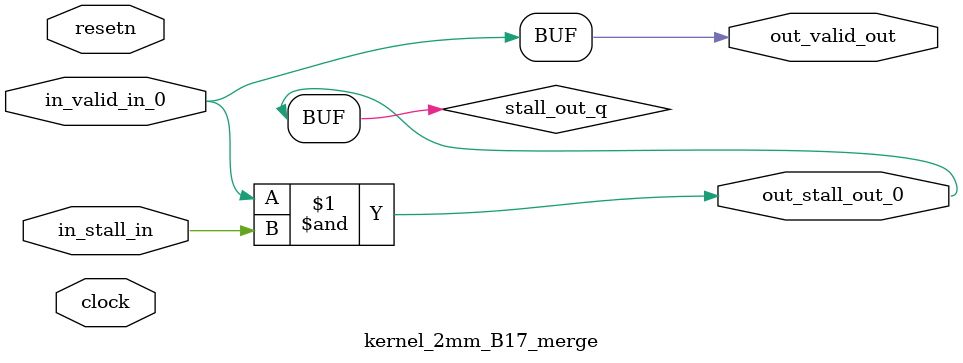
<source format=sv>



(* altera_attribute = "-name AUTO_SHIFT_REGISTER_RECOGNITION OFF; -name MESSAGE_DISABLE 10036; -name MESSAGE_DISABLE 10037; -name MESSAGE_DISABLE 14130; -name MESSAGE_DISABLE 14320; -name MESSAGE_DISABLE 15400; -name MESSAGE_DISABLE 14130; -name MESSAGE_DISABLE 10036; -name MESSAGE_DISABLE 12020; -name MESSAGE_DISABLE 12030; -name MESSAGE_DISABLE 12010; -name MESSAGE_DISABLE 12110; -name MESSAGE_DISABLE 14320; -name MESSAGE_DISABLE 13410; -name MESSAGE_DISABLE 113007; -name MESSAGE_DISABLE 10958" *)
module kernel_2mm_B17_merge (
    input wire [0:0] in_stall_in,
    input wire [0:0] in_valid_in_0,
    output wire [0:0] out_stall_out_0,
    output wire [0:0] out_valid_out,
    input wire clock,
    input wire resetn
    );

    wire [0:0] stall_out_q;


    // stall_out(LOGICAL,6)
    assign stall_out_q = in_valid_in_0 & in_stall_in;

    // out_stall_out_0(GPOUT,4)
    assign out_stall_out_0 = stall_out_q;

    // out_valid_out(GPOUT,5)
    assign out_valid_out = in_valid_in_0;

endmodule

</source>
